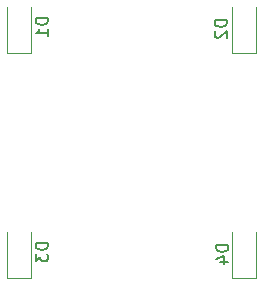
<source format=gbo>
G04 #@! TF.GenerationSoftware,KiCad,Pcbnew,(5.1.7)-1*
G04 #@! TF.CreationDate,2020-11-03T00:38:03-05:00*
G04 #@! TF.ProjectId,keyboard_test,6b657962-6f61-4726-945f-746573742e6b,rev?*
G04 #@! TF.SameCoordinates,Original*
G04 #@! TF.FileFunction,Legend,Bot*
G04 #@! TF.FilePolarity,Positive*
%FSLAX46Y46*%
G04 Gerber Fmt 4.6, Leading zero omitted, Abs format (unit mm)*
G04 Created by KiCad (PCBNEW (5.1.7)-1) date 2020-11-03 00:38:03*
%MOMM*%
%LPD*%
G01*
G04 APERTURE LIST*
%ADD10C,0.120000*%
%ADD11C,0.150000*%
%ADD12O,1.700000X2.700000*%
%ADD13C,1.750000*%
%ADD14C,2.250000*%
%ADD15C,3.987800*%
%ADD16R,1.200000X0.900000*%
G04 APERTURE END LIST*
D10*
X83550000Y-74481250D02*
X83550000Y-70581250D01*
X81550000Y-74481250D02*
X81550000Y-70581250D01*
X83550000Y-74481250D02*
X81550000Y-74481250D01*
X64500000Y-74481250D02*
X64500000Y-70581250D01*
X62500000Y-74481250D02*
X62500000Y-70581250D01*
X64500000Y-74481250D02*
X62500000Y-74481250D01*
X83550000Y-55431250D02*
X83550000Y-51531250D01*
X81550000Y-55431250D02*
X81550000Y-51531250D01*
X83550000Y-55431250D02*
X81550000Y-55431250D01*
X64500000Y-55431250D02*
X64500000Y-51531250D01*
X62500000Y-55431250D02*
X62500000Y-51531250D01*
X64500000Y-55431250D02*
X62500000Y-55431250D01*
D11*
X81224380Y-71651904D02*
X80224380Y-71651904D01*
X80224380Y-71890000D01*
X80272000Y-72032857D01*
X80367238Y-72128095D01*
X80462476Y-72175714D01*
X80652952Y-72223333D01*
X80795809Y-72223333D01*
X80986285Y-72175714D01*
X81081523Y-72128095D01*
X81176761Y-72032857D01*
X81224380Y-71890000D01*
X81224380Y-71651904D01*
X80557714Y-73080476D02*
X81224380Y-73080476D01*
X80176761Y-72842380D02*
X80891047Y-72604285D01*
X80891047Y-73223333D01*
X65952380Y-71493154D02*
X64952380Y-71493154D01*
X64952380Y-71731250D01*
X65000000Y-71874107D01*
X65095238Y-71969345D01*
X65190476Y-72016964D01*
X65380952Y-72064583D01*
X65523809Y-72064583D01*
X65714285Y-72016964D01*
X65809523Y-71969345D01*
X65904761Y-71874107D01*
X65952380Y-71731250D01*
X65952380Y-71493154D01*
X64952380Y-72397916D02*
X64952380Y-73016964D01*
X65333333Y-72683630D01*
X65333333Y-72826488D01*
X65380952Y-72921726D01*
X65428571Y-72969345D01*
X65523809Y-73016964D01*
X65761904Y-73016964D01*
X65857142Y-72969345D01*
X65904761Y-72921726D01*
X65952380Y-72826488D01*
X65952380Y-72540773D01*
X65904761Y-72445535D01*
X65857142Y-72397916D01*
X81097380Y-52601904D02*
X80097380Y-52601904D01*
X80097380Y-52840000D01*
X80145000Y-52982857D01*
X80240238Y-53078095D01*
X80335476Y-53125714D01*
X80525952Y-53173333D01*
X80668809Y-53173333D01*
X80859285Y-53125714D01*
X80954523Y-53078095D01*
X81049761Y-52982857D01*
X81097380Y-52840000D01*
X81097380Y-52601904D01*
X80192619Y-53554285D02*
X80145000Y-53601904D01*
X80097380Y-53697142D01*
X80097380Y-53935238D01*
X80145000Y-54030476D01*
X80192619Y-54078095D01*
X80287857Y-54125714D01*
X80383095Y-54125714D01*
X80525952Y-54078095D01*
X81097380Y-53506666D01*
X81097380Y-54125714D01*
X65952380Y-52443154D02*
X64952380Y-52443154D01*
X64952380Y-52681250D01*
X65000000Y-52824107D01*
X65095238Y-52919345D01*
X65190476Y-52966964D01*
X65380952Y-53014583D01*
X65523809Y-53014583D01*
X65714285Y-52966964D01*
X65809523Y-52919345D01*
X65904761Y-52824107D01*
X65952380Y-52681250D01*
X65952380Y-52443154D01*
X65952380Y-53966964D02*
X65952380Y-53395535D01*
X65952380Y-53681250D02*
X64952380Y-53681250D01*
X65095238Y-53586011D01*
X65190476Y-53490773D01*
X65238095Y-53395535D01*
%LPC*%
D12*
X37781250Y-47625000D03*
X30481250Y-47625000D03*
X30481250Y-52125000D03*
X37781250Y-52125000D03*
D13*
X79692500Y-74612500D03*
X69532500Y-74612500D03*
D14*
X72112500Y-70612500D03*
D15*
X74612500Y-74612500D03*
G36*
G01*
X70051188Y-72909850D02*
X70051183Y-72909845D01*
G75*
G02*
X69965155Y-71321183I751317J837345D01*
G01*
X71275157Y-69861183D01*
G75*
G02*
X72863819Y-69775155I837345J-751317D01*
G01*
X72863819Y-69775155D01*
G75*
G02*
X72949847Y-71363817I-751317J-837345D01*
G01*
X71639845Y-72823817D01*
G75*
G02*
X70051183Y-72909845I-837345J751317D01*
G01*
G37*
D14*
X77152500Y-69532500D03*
G36*
G01*
X77035983Y-71234895D02*
X77035097Y-71234834D01*
G75*
G02*
X75990166Y-70035097I77403J1122334D01*
G01*
X76030166Y-69455097D01*
G75*
G02*
X77229903Y-68410166I1122334J-77403D01*
G01*
X77229903Y-68410166D01*
G75*
G02*
X78274834Y-69609903I-77403J-1122334D01*
G01*
X78234834Y-70189903D01*
G75*
G02*
X77035097Y-71234834I-1122334J77403D01*
G01*
G37*
D13*
X60642500Y-74612500D03*
X50482500Y-74612500D03*
D14*
X53062500Y-70612500D03*
D15*
X55562500Y-74612500D03*
G36*
G01*
X51001188Y-72909850D02*
X51001183Y-72909845D01*
G75*
G02*
X50915155Y-71321183I751317J837345D01*
G01*
X52225157Y-69861183D01*
G75*
G02*
X53813819Y-69775155I837345J-751317D01*
G01*
X53813819Y-69775155D01*
G75*
G02*
X53899847Y-71363817I-751317J-837345D01*
G01*
X52589845Y-72823817D01*
G75*
G02*
X51001183Y-72909845I-837345J751317D01*
G01*
G37*
D14*
X58102500Y-69532500D03*
G36*
G01*
X57985983Y-71234895D02*
X57985097Y-71234834D01*
G75*
G02*
X56940166Y-70035097I77403J1122334D01*
G01*
X56980166Y-69455097D01*
G75*
G02*
X58179903Y-68410166I1122334J-77403D01*
G01*
X58179903Y-68410166D01*
G75*
G02*
X59224834Y-69609903I-77403J-1122334D01*
G01*
X59184834Y-70189903D01*
G75*
G02*
X57985097Y-71234834I-1122334J77403D01*
G01*
G37*
D13*
X79692500Y-55562500D03*
X69532500Y-55562500D03*
D14*
X72112500Y-51562500D03*
D15*
X74612500Y-55562500D03*
G36*
G01*
X70051188Y-53859850D02*
X70051183Y-53859845D01*
G75*
G02*
X69965155Y-52271183I751317J837345D01*
G01*
X71275157Y-50811183D01*
G75*
G02*
X72863819Y-50725155I837345J-751317D01*
G01*
X72863819Y-50725155D01*
G75*
G02*
X72949847Y-52313817I-751317J-837345D01*
G01*
X71639845Y-53773817D01*
G75*
G02*
X70051183Y-53859845I-837345J751317D01*
G01*
G37*
D14*
X77152500Y-50482500D03*
G36*
G01*
X77035983Y-52184895D02*
X77035097Y-52184834D01*
G75*
G02*
X75990166Y-50985097I77403J1122334D01*
G01*
X76030166Y-50405097D01*
G75*
G02*
X77229903Y-49360166I1122334J-77403D01*
G01*
X77229903Y-49360166D01*
G75*
G02*
X78274834Y-50559903I-77403J-1122334D01*
G01*
X78234834Y-51139903D01*
G75*
G02*
X77035097Y-52184834I-1122334J77403D01*
G01*
G37*
D13*
X60642500Y-55562500D03*
X50482500Y-55562500D03*
D14*
X53062500Y-51562500D03*
D15*
X55562500Y-55562500D03*
G36*
G01*
X51001188Y-53859850D02*
X51001183Y-53859845D01*
G75*
G02*
X50915155Y-52271183I751317J837345D01*
G01*
X52225157Y-50811183D01*
G75*
G02*
X53813819Y-50725155I837345J-751317D01*
G01*
X53813819Y-50725155D01*
G75*
G02*
X53899847Y-52313817I-751317J-837345D01*
G01*
X52589845Y-53773817D01*
G75*
G02*
X51001183Y-53859845I-837345J751317D01*
G01*
G37*
D14*
X58102500Y-50482500D03*
G36*
G01*
X57985983Y-52184895D02*
X57985097Y-52184834D01*
G75*
G02*
X56940166Y-50985097I77403J1122334D01*
G01*
X56980166Y-50405097D01*
G75*
G02*
X58179903Y-49360166I1122334J-77403D01*
G01*
X58179903Y-49360166D01*
G75*
G02*
X59224834Y-50559903I-77403J-1122334D01*
G01*
X59184834Y-51139903D01*
G75*
G02*
X57985097Y-52184834I-1122334J77403D01*
G01*
G37*
D16*
X82550000Y-70581250D03*
X82550000Y-73881250D03*
X63500000Y-70581250D03*
X63500000Y-73881250D03*
X82550000Y-51531250D03*
X82550000Y-54831250D03*
X63500000Y-51531250D03*
X63500000Y-54831250D03*
M02*

</source>
